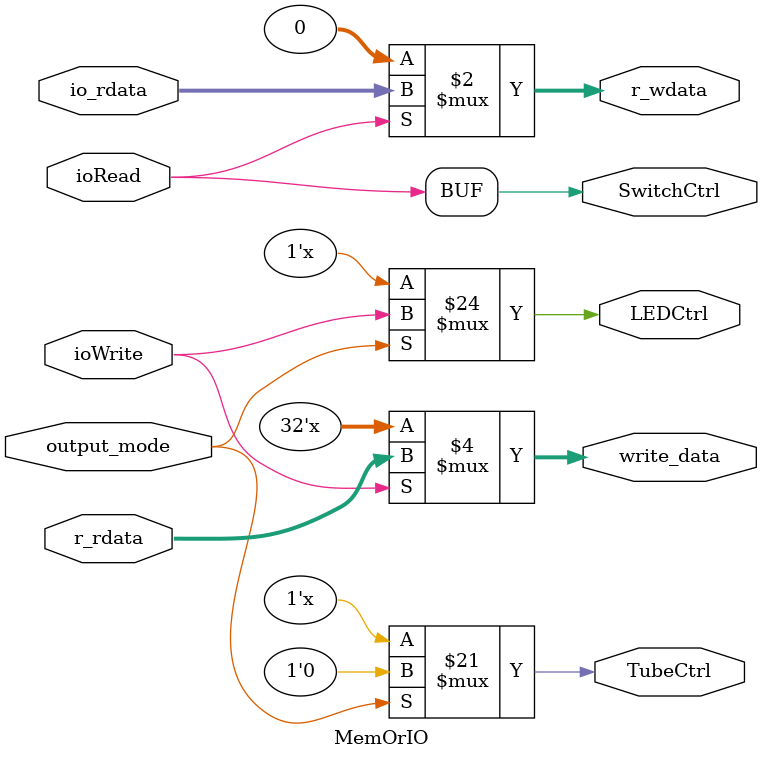
<source format=v>
`timescale 1ns / 1ps


module MemOrIO(ioRead, ioWrite, io_rdata, r_wdata, r_rdata, write_data, output_mode, LEDCtrl, SwitchCtrl, TubeCtrl);
//from decoder
input               ioRead;             // read IO, from control32
input               ioWrite;            // write IO, from control32
input               output_mode;
//from decoder
input       [31:0]  r_rdata;            // data read from idecode32 (register file)
output      [31:0]  r_wdata;            // data to idecode32 (register file)
//IO
input       [31:0]  io_rdata;           // data read from io, 16 bits
output      [31:0]  write_data;         // data to I/O
output reg          LEDCtrl;            // LED Chip Select
output reg          TubeCtrl;
output              SwitchCtrl;         // Switch Chip Select

assign r_wdata = (ioRead == 1) ? io_rdata : 32'h0000_0000;
assign write_data = (ioWrite == 1) ? r_rdata : 32'hZZZZ_ZZZZ;

// Chip select signal of Led and Switch are all active high;
assign SwitchCtrl = ioRead;

always @* begin
    if(output_mode == 2'b01) begin
        LEDCtrl = ioWrite;
        TubeCtrl = 1'b0;
    end
    else if(output_mode == 2'b10) begin
        TubeCtrl = ioWrite;
        LEDCtrl = 1'b0;
    end
end
endmodule

</source>
